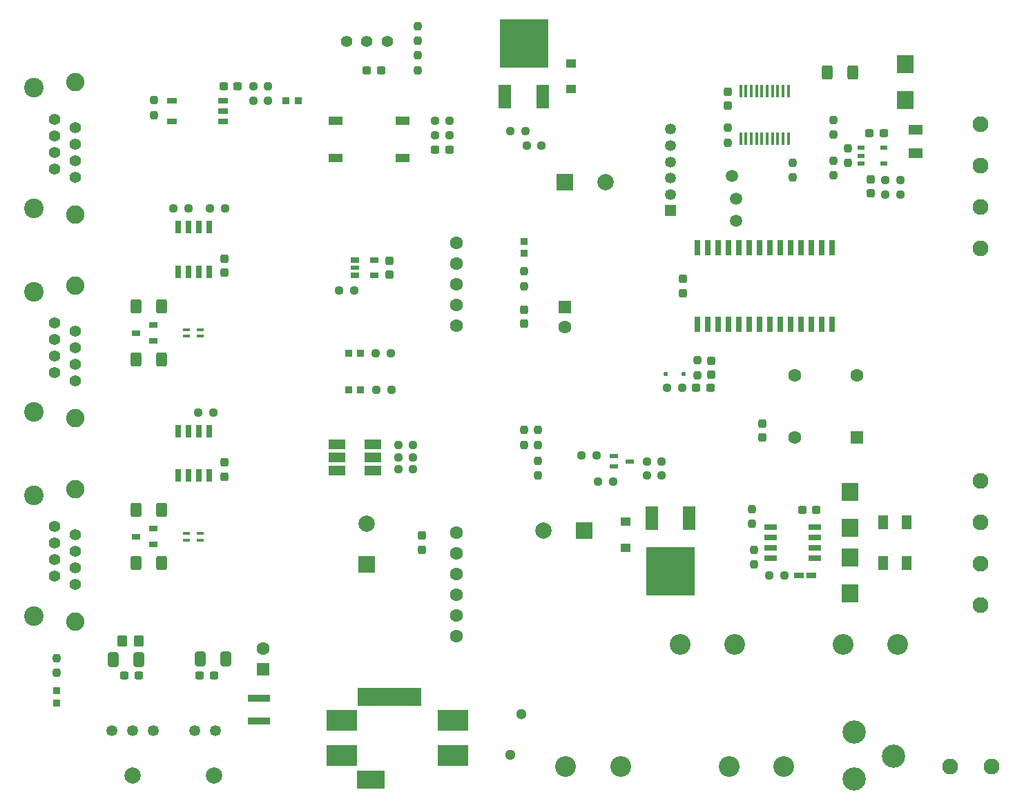
<source format=gts>
G04 #@! TF.GenerationSoftware,KiCad,Pcbnew,7.0.8*
G04 #@! TF.CreationDate,2023-11-08T10:09:29+09:00*
G04 #@! TF.ProjectId,DMX512toWS2811,444d5835-3132-4746-9f57-53323831312e,rev?*
G04 #@! TF.SameCoordinates,Original*
G04 #@! TF.FileFunction,Soldermask,Top*
G04 #@! TF.FilePolarity,Negative*
%FSLAX46Y46*%
G04 Gerber Fmt 4.6, Leading zero omitted, Abs format (unit mm)*
G04 Created by KiCad (PCBNEW 7.0.8) date 2023-11-08 10:09:29*
%MOMM*%
%LPD*%
G01*
G04 APERTURE LIST*
G04 Aperture macros list*
%AMRoundRect*
0 Rectangle with rounded corners*
0 $1 Rounding radius*
0 $2 $3 $4 $5 $6 $7 $8 $9 X,Y pos of 4 corners*
0 Add a 4 corners polygon primitive as box body*
4,1,4,$2,$3,$4,$5,$6,$7,$8,$9,$2,$3,0*
0 Add four circle primitives for the rounded corners*
1,1,$1+$1,$2,$3*
1,1,$1+$1,$4,$5*
1,1,$1+$1,$6,$7*
1,1,$1+$1,$8,$9*
0 Add four rect primitives between the rounded corners*
20,1,$1+$1,$2,$3,$4,$5,0*
20,1,$1+$1,$4,$5,$6,$7,0*
20,1,$1+$1,$6,$7,$8,$9,0*
20,1,$1+$1,$8,$9,$2,$3,0*%
G04 Aperture macros list end*
%ADD10RoundRect,0.237500X-0.237500X0.250000X-0.237500X-0.250000X0.237500X-0.250000X0.237500X0.250000X0*%
%ADD11RoundRect,0.237500X-0.237500X0.300000X-0.237500X-0.300000X0.237500X-0.300000X0.237500X0.300000X0*%
%ADD12RoundRect,0.237500X-0.250000X-0.237500X0.250000X-0.237500X0.250000X0.237500X-0.250000X0.237500X0*%
%ADD13RoundRect,0.250000X-0.400000X-0.625000X0.400000X-0.625000X0.400000X0.625000X-0.400000X0.625000X0*%
%ADD14RoundRect,0.237500X0.250000X0.237500X-0.250000X0.237500X-0.250000X-0.237500X0.250000X-0.237500X0*%
%ADD15R,0.450000X1.500000*%
%ADD16R,0.900000X0.400000*%
%ADD17R,1.200000X0.800000*%
%ADD18R,1.600000X1.600000*%
%ADD19C,1.600000*%
%ADD20C,1.950000*%
%ADD21RoundRect,0.237500X0.300000X0.237500X-0.300000X0.237500X-0.300000X-0.237500X0.300000X-0.237500X0*%
%ADD22R,1.000000X0.800000*%
%ADD23R,1.000000X0.600000*%
%ADD24R,0.950000X0.900000*%
%ADD25C,2.400000*%
%ADD26C,1.400000*%
%ADD27C,2.250000*%
%ADD28R,2.000000X2.000000*%
%ADD29C,2.000000*%
%ADD30RoundRect,0.237500X0.237500X-0.250000X0.237500X0.250000X-0.237500X0.250000X-0.237500X-0.250000X0*%
%ADD31R,1.810000X1.160000*%
%ADD32R,1.100000X0.650000*%
%ADD33R,1.350000X1.350000*%
%ADD34C,1.350000*%
%ADD35RoundRect,0.237500X-0.300000X-0.237500X0.300000X-0.237500X0.300000X0.237500X-0.300000X0.237500X0*%
%ADD36RoundRect,0.125000X-0.125000X-0.125000X0.125000X-0.125000X0.125000X0.125000X-0.125000X0.125000X0*%
%ADD37C,1.500000*%
%ADD38RoundRect,0.250000X0.400000X0.625000X-0.400000X0.625000X-0.400000X-0.625000X0.400000X-0.625000X0*%
%ADD39R,0.650000X1.850000*%
%ADD40C,2.550000*%
%ADD41R,1.525000X0.650000*%
%ADD42R,1.000000X0.500000*%
%ADD43R,0.900000X0.950000*%
%ADD44R,2.000000X1.300000*%
%ADD45R,1.270000X1.100000*%
%ADD46RoundRect,0.250000X-0.412500X-0.650000X0.412500X-0.650000X0.412500X0.650000X-0.412500X0.650000X0*%
%ADD47RoundRect,0.237500X0.237500X-0.300000X0.237500X0.300000X-0.237500X0.300000X-0.237500X-0.300000X0*%
%ADD48C,1.349000*%
%ADD49R,1.200000X0.700000*%
%ADD50R,2.150000X2.200000*%
%ADD51R,1.160000X1.810000*%
%ADD52R,1.800000X1.000000*%
%ADD53C,1.300000*%
%ADD54R,1.600000X3.000000*%
%ADD55R,6.000000X6.000000*%
%ADD56R,3.800000X2.500000*%
%ADD57R,7.900000X2.300000*%
%ADD58R,3.400000X2.300000*%
%ADD59R,0.900000X0.600000*%
%ADD60RoundRect,0.250000X0.350000X0.450000X-0.350000X0.450000X-0.350000X-0.450000X0.350000X-0.450000X0*%
%ADD61R,0.650000X1.525000*%
%ADD62R,2.800000X0.900000*%
%ADD63RoundRect,0.250000X0.412500X0.650000X-0.412500X0.650000X-0.412500X-0.650000X0.412500X-0.650000X0*%
%ADD64C,2.850000*%
G04 APERTURE END LIST*
D10*
G04 #@! TO.C,R21*
X120500000Y-48587500D03*
X120500000Y-50412500D03*
G04 #@! TD*
D11*
G04 #@! TO.C,C21*
X176000000Y-67387500D03*
X176000000Y-69112500D03*
G04 #@! TD*
D12*
G04 #@! TO.C,R41*
X177837500Y-67500000D03*
X179662500Y-67500000D03*
G04 #@! TD*
D13*
G04 #@! TO.C,R1*
X85950000Y-83000000D03*
X89050000Y-83000000D03*
G04 #@! TD*
D14*
G04 #@! TO.C,R39*
X150412500Y-102000000D03*
X148587500Y-102000000D03*
G04 #@! TD*
G04 #@! TO.C,R28*
X119912500Y-100000000D03*
X118087500Y-100000000D03*
G04 #@! TD*
D12*
G04 #@! TO.C,R31*
X163587500Y-116000000D03*
X165412500Y-116000000D03*
G04 #@! TD*
D15*
G04 #@! TO.C,IC6*
X160075000Y-62450000D03*
X160725000Y-62450000D03*
X161375000Y-62450000D03*
X162025000Y-62450000D03*
X162675000Y-62450000D03*
X163325000Y-62450000D03*
X163975000Y-62450000D03*
X164625000Y-62450000D03*
X165275000Y-62450000D03*
X165925000Y-62450000D03*
X165925000Y-56550000D03*
X165275000Y-56550000D03*
X164625000Y-56550000D03*
X163975000Y-56550000D03*
X163325000Y-56550000D03*
X162675000Y-56550000D03*
X162025000Y-56550000D03*
X161375000Y-56550000D03*
X160725000Y-56550000D03*
X160075000Y-56550000D03*
G04 #@! TD*
D16*
G04 #@! TO.C,FL1*
X92150000Y-86650000D03*
X93850000Y-86650000D03*
X93850000Y-85850000D03*
X92150000Y-85850000D03*
G04 #@! TD*
D17*
G04 #@! TO.C,IC3*
X90350000Y-57730000D03*
X90350000Y-60270000D03*
X96650000Y-60270000D03*
X96650000Y-59000000D03*
X96650000Y-57730000D03*
G04 #@! TD*
D18*
G04 #@! TO.C,CA3*
X138500000Y-83067621D03*
D19*
X138500000Y-85567621D03*
G04 #@! TD*
D20*
G04 #@! TO.C,CN4*
X189500000Y-65750000D03*
X189500000Y-60670000D03*
G04 #@! TD*
D12*
G04 #@! TO.C,R42*
X177837500Y-69250000D03*
X179662500Y-69250000D03*
G04 #@! TD*
D11*
G04 #@! TO.C,C14*
X156500000Y-89637500D03*
X156500000Y-91362500D03*
G04 #@! TD*
D21*
G04 #@! TO.C,C15*
X124362500Y-63750000D03*
X122637500Y-63750000D03*
G04 #@! TD*
D22*
G04 #@! TO.C,IC4*
X112800000Y-77300000D03*
D23*
X112800000Y-78250000D03*
D22*
X112800000Y-79200000D03*
X115200000Y-79200000D03*
X115200000Y-77300000D03*
G04 #@! TD*
D24*
G04 #@! TO.C,LED1*
X76250000Y-131637082D03*
X76250000Y-130137082D03*
G04 #@! TD*
D20*
G04 #@! TO.C,CN7*
X189500000Y-75910000D03*
X189500000Y-70830000D03*
G04 #@! TD*
D25*
G04 #@! TO.C,J2*
X73460000Y-81170000D03*
X73460000Y-95970000D03*
D26*
X76000000Y-85000000D03*
X78540000Y-86020000D03*
X76000000Y-87040000D03*
X78540000Y-88060000D03*
X76000000Y-89080000D03*
X78540000Y-90100000D03*
X76000000Y-91120000D03*
X78540000Y-92140000D03*
D27*
X78540000Y-80445000D03*
X78540000Y-96695000D03*
G04 #@! TD*
D12*
G04 #@! TO.C,R25*
X115417500Y-93250000D03*
X117242500Y-93250000D03*
G04 #@! TD*
G04 #@! TO.C,R5*
X90525000Y-70923000D03*
X92350000Y-70923000D03*
G04 #@! TD*
D28*
G04 #@! TO.C,CA1*
X114250000Y-114617677D03*
D29*
X114250000Y-109617677D03*
G04 #@! TD*
D21*
G04 #@! TO.C,C7*
X95500000Y-128249582D03*
X93775000Y-128249582D03*
G04 #@! TD*
D30*
G04 #@! TO.C,R8*
X135240000Y-103750000D03*
X135240000Y-101925000D03*
G04 #@! TD*
D31*
G04 #@! TO.C,F3*
X181500000Y-61275000D03*
X181500000Y-64225000D03*
G04 #@! TD*
D32*
G04 #@! TO.C,D1*
X88050000Y-87210000D03*
X88050000Y-85290000D03*
X85950000Y-86250000D03*
G04 #@! TD*
D14*
G04 #@! TO.C,R35*
X133662500Y-61500000D03*
X131837500Y-61500000D03*
G04 #@! TD*
D12*
G04 #@! TO.C,R7*
X95025000Y-70923000D03*
X96850000Y-70923000D03*
G04 #@! TD*
D18*
G04 #@! TO.C,X1*
X174310000Y-99060000D03*
D19*
X174310000Y-91440000D03*
X166690000Y-91440000D03*
X166690000Y-99060000D03*
G04 #@! TD*
D33*
G04 #@! TO.C,CN3*
X151500000Y-71250000D03*
D34*
X151500000Y-69250000D03*
X151500000Y-67250000D03*
X151500000Y-65250000D03*
X151500000Y-63250000D03*
X151500000Y-61250000D03*
G04 #@! TD*
D12*
G04 #@! TO.C,R18*
X151087500Y-93000000D03*
X152912500Y-93000000D03*
G04 #@! TD*
D35*
G04 #@! TO.C,C12*
X154637500Y-93000000D03*
X156362500Y-93000000D03*
G04 #@! TD*
D30*
G04 #@! TO.C,R12*
X88150000Y-59500000D03*
X88150000Y-57675000D03*
G04 #@! TD*
D36*
G04 #@! TO.C,D3*
X150900000Y-91250000D03*
X153100000Y-91250000D03*
G04 #@! TD*
D37*
G04 #@! TO.C,TP3*
X159000000Y-67000000D03*
G04 #@! TD*
D38*
G04 #@! TO.C,R4*
X89050000Y-114500000D03*
X85950000Y-114500000D03*
G04 #@! TD*
D12*
G04 #@! TO.C,R17*
X110837500Y-81000000D03*
X112662500Y-81000000D03*
G04 #@! TD*
D11*
G04 #@! TO.C,C2*
X96775000Y-77137500D03*
X96775000Y-78862500D03*
G04 #@! TD*
D39*
G04 #@! TO.C,IC5*
X154745000Y-85175000D03*
X156015000Y-85175000D03*
X157285000Y-85175000D03*
X158555000Y-85175000D03*
X159825000Y-85175000D03*
X161095000Y-85175000D03*
X162365000Y-85175000D03*
X163635000Y-85175000D03*
X164905000Y-85175000D03*
X166175000Y-85175000D03*
X167445000Y-85175000D03*
X168715000Y-85175000D03*
X169985000Y-85175000D03*
X171255000Y-85175000D03*
X171255000Y-75825000D03*
X169985000Y-75825000D03*
X168715000Y-75825000D03*
X167445000Y-75825000D03*
X166175000Y-75825000D03*
X164905000Y-75825000D03*
X163635000Y-75825000D03*
X162365000Y-75825000D03*
X161095000Y-75825000D03*
X159825000Y-75825000D03*
X158555000Y-75825000D03*
X157285000Y-75825000D03*
X156015000Y-75825000D03*
X154745000Y-75825000D03*
G04 #@! TD*
D40*
G04 #@! TO.C,F1*
X165350000Y-139500000D03*
X158650000Y-139500000D03*
G04 #@! TD*
D41*
G04 #@! TO.C,IC7*
X163788000Y-110095000D03*
X163788000Y-111365000D03*
X163788000Y-112635000D03*
X163788000Y-113905000D03*
X169212000Y-113905000D03*
X169212000Y-112635000D03*
X169212000Y-111365000D03*
X169212000Y-110095000D03*
G04 #@! TD*
D42*
G04 #@! TO.C,Q2*
X144550000Y-101350000D03*
X144550000Y-102650000D03*
X146450000Y-102000000D03*
G04 #@! TD*
D30*
G04 #@! TO.C,R44*
X173250000Y-65412500D03*
X173250000Y-63587500D03*
G04 #@! TD*
D12*
G04 #@! TO.C,R22*
X122587500Y-62000000D03*
X124412500Y-62000000D03*
G04 #@! TD*
D43*
G04 #@! TO.C,LED4*
X112000000Y-88750000D03*
X113500000Y-88750000D03*
G04 #@! TD*
D44*
G04 #@! TO.C,LED6*
X114950000Y-103100000D03*
X114950000Y-101500000D03*
X114950000Y-99900000D03*
X110550000Y-99900000D03*
X110550000Y-101500000D03*
X110550000Y-103100000D03*
G04 #@! TD*
D45*
G04 #@! TO.C,D8*
X146000000Y-109400000D03*
X146000000Y-112600000D03*
G04 #@! TD*
D30*
G04 #@! TO.C,R29*
X166500000Y-67162500D03*
X166500000Y-65337500D03*
G04 #@! TD*
D46*
G04 #@! TO.C,C4*
X83125000Y-126299582D03*
X86250000Y-126299582D03*
G04 #@! TD*
D47*
G04 #@! TO.C,C8*
X121000000Y-112862500D03*
X121000000Y-111137500D03*
G04 #@! TD*
D40*
G04 #@! TO.C,F4*
X152650000Y-124500000D03*
X159350000Y-124500000D03*
G04 #@! TD*
D11*
G04 #@! TO.C,C11*
X162750000Y-97387500D03*
X162750000Y-99112500D03*
G04 #@! TD*
D20*
G04 #@! TO.C,CN6*
X189500000Y-119660000D03*
X189500000Y-114580000D03*
G04 #@! TD*
D10*
G04 #@! TO.C,R45*
X171500000Y-60087500D03*
X171500000Y-61912500D03*
G04 #@! TD*
D40*
G04 #@! TO.C,F2*
X145350000Y-139500000D03*
X138650000Y-139500000D03*
G04 #@! TD*
D16*
G04 #@! TO.C,FL2*
X92150000Y-111650000D03*
X93850000Y-111650000D03*
X93850000Y-110850000D03*
X92150000Y-110850000D03*
G04 #@! TD*
D30*
G04 #@! TO.C,R9*
X135250000Y-100000000D03*
X135250000Y-98175000D03*
G04 #@! TD*
D48*
G04 #@! TO.C,PS1*
X95727082Y-135049582D03*
X93187082Y-135049582D03*
X88107082Y-135049582D03*
X85567082Y-135049582D03*
X83027082Y-135049582D03*
G04 #@! TD*
D10*
G04 #@! TO.C,R30*
X158500000Y-61087500D03*
X158500000Y-62912500D03*
G04 #@! TD*
D21*
G04 #@! TO.C,C16*
X115975000Y-54000000D03*
X114250000Y-54000000D03*
G04 #@! TD*
D29*
G04 #@! TO.C,C6*
X85500000Y-140549582D03*
X95500000Y-140549582D03*
G04 #@! TD*
D47*
G04 #@! TO.C,C13*
X117000000Y-79112500D03*
X117000000Y-77387500D03*
G04 #@! TD*
D20*
G04 #@! TO.C,CN1*
X185810000Y-139500000D03*
X190890000Y-139500000D03*
G04 #@! TD*
D49*
G04 #@! TO.C,LED7*
X168750000Y-116000000D03*
X167250000Y-116000000D03*
G04 #@! TD*
D50*
G04 #@! TO.C,D4*
X180250000Y-53300000D03*
X180250000Y-57700000D03*
G04 #@! TD*
D24*
G04 #@! TO.C,LED3*
X133500000Y-75000000D03*
X133500000Y-76500000D03*
G04 #@! TD*
D51*
G04 #@! TO.C,F5*
X177525000Y-109500000D03*
X180475000Y-109500000D03*
G04 #@! TD*
D25*
G04 #@! TO.C,J3*
X73460000Y-106170000D03*
X73460000Y-120970000D03*
D26*
X76000000Y-110000000D03*
X78540000Y-111020000D03*
X76000000Y-112040000D03*
X78540000Y-113060000D03*
X76000000Y-114080000D03*
X78540000Y-115100000D03*
X76000000Y-116120000D03*
X78540000Y-117140000D03*
D27*
X78540000Y-105445000D03*
X78540000Y-121695000D03*
G04 #@! TD*
D52*
G04 #@! TO.C,S1*
X118600000Y-60250000D03*
X110400000Y-60250000D03*
X118600000Y-64750000D03*
X110400000Y-64750000D03*
G04 #@! TD*
D35*
G04 #@! TO.C,C3*
X84525000Y-128299582D03*
X86250000Y-128299582D03*
G04 #@! TD*
D30*
G04 #@! TO.C,R13*
X76250000Y-127962082D03*
X76250000Y-126137082D03*
G04 #@! TD*
D14*
G04 #@! TO.C,R24*
X117155000Y-88750000D03*
X115330000Y-88750000D03*
G04 #@! TD*
D12*
G04 #@! TO.C,R38*
X142587500Y-104500000D03*
X144412500Y-104500000D03*
G04 #@! TD*
D53*
G04 #@! TO.C,VA1*
X131800000Y-138000000D03*
X133200000Y-133000000D03*
G04 #@! TD*
D10*
G04 #@! TO.C,R33*
X161750000Y-112837500D03*
X161750000Y-114662500D03*
G04 #@! TD*
D12*
G04 #@! TO.C,R37*
X140587500Y-101250000D03*
X142412500Y-101250000D03*
G04 #@! TD*
D30*
G04 #@! TO.C,R46*
X171500000Y-66912500D03*
X171500000Y-65087500D03*
G04 #@! TD*
D28*
G04 #@! TO.C,CA5*
X140867677Y-110500000D03*
D29*
X135867677Y-110500000D03*
G04 #@! TD*
D14*
G04 #@! TO.C,R6*
X95412500Y-96000000D03*
X93587500Y-96000000D03*
G04 #@! TD*
D12*
G04 #@! TO.C,R15*
X100325000Y-56000000D03*
X102150000Y-56000000D03*
G04 #@! TD*
D28*
G04 #@! TO.C,CA4*
X138500000Y-67750000D03*
D29*
X143500000Y-67750000D03*
G04 #@! TD*
D18*
G04 #@! TO.C,CA2*
X101500000Y-127500000D03*
D19*
X101500000Y-125000000D03*
G04 #@! TD*
D54*
G04 #@! TO.C,Q3*
X153800000Y-109000000D03*
D55*
X151500000Y-115500000D03*
D54*
X149200000Y-109000000D03*
G04 #@! TD*
D19*
G04 #@! TO.C,PS2*
X125250000Y-75235000D03*
X125250000Y-77775000D03*
X125250000Y-80315000D03*
X125250000Y-82855000D03*
X125250000Y-85395000D03*
X125250000Y-110795000D03*
X125250000Y-113335000D03*
X125250000Y-115875000D03*
X125250000Y-118415000D03*
X125250000Y-120955000D03*
X125250000Y-123495000D03*
G04 #@! TD*
D56*
G04 #@! TO.C,FL3*
X124850000Y-138100000D03*
X111150000Y-138100000D03*
X124850000Y-133800000D03*
X111150000Y-133800000D03*
D57*
X117000000Y-130900000D03*
D58*
X114750000Y-141100000D03*
G04 #@! TD*
D25*
G04 #@! TO.C,J1*
X73460000Y-56170000D03*
X73460000Y-70970000D03*
D26*
X76000000Y-60000000D03*
X78540000Y-61020000D03*
X76000000Y-62040000D03*
X78540000Y-63060000D03*
X76000000Y-64080000D03*
X78540000Y-65100000D03*
X76000000Y-66120000D03*
X78540000Y-67140000D03*
D27*
X78540000Y-55445000D03*
X78540000Y-71695000D03*
G04 #@! TD*
D59*
G04 #@! TO.C,IC8*
X174850000Y-63550000D03*
X174850000Y-64500000D03*
X174850000Y-65450000D03*
X177650000Y-65450000D03*
X177650000Y-63550000D03*
G04 #@! TD*
D37*
G04 #@! TO.C,TP1*
X159500000Y-72500000D03*
G04 #@! TD*
D60*
G04 #@! TO.C,R10*
X86250000Y-124049582D03*
X84250000Y-124049582D03*
G04 #@! TD*
D61*
G04 #@! TO.C,IC1*
X94905000Y-73288000D03*
X93635000Y-73288000D03*
X92365000Y-73288000D03*
X91095000Y-73288000D03*
X91095000Y-78712000D03*
X92365000Y-78712000D03*
X93635000Y-78712000D03*
X94905000Y-78712000D03*
G04 #@! TD*
D51*
G04 #@! TO.C,F6*
X177525000Y-114500000D03*
X180475000Y-114500000D03*
G04 #@! TD*
D50*
G04 #@! TO.C,D5*
X173500000Y-105800000D03*
X173500000Y-110200000D03*
G04 #@! TD*
D11*
G04 #@! TO.C,C10*
X133500000Y-83387500D03*
X133500000Y-85112500D03*
G04 #@! TD*
D10*
G04 #@! TO.C,R23*
X120500000Y-52175000D03*
X120500000Y-54000000D03*
G04 #@! TD*
D61*
G04 #@! TO.C,IC2*
X94905000Y-98288000D03*
X93635000Y-98288000D03*
X92365000Y-98288000D03*
X91095000Y-98288000D03*
X91095000Y-103712000D03*
X92365000Y-103712000D03*
X93635000Y-103712000D03*
X94905000Y-103712000D03*
G04 #@! TD*
D14*
G04 #@! TO.C,R36*
X135662500Y-63250000D03*
X133837500Y-63250000D03*
G04 #@! TD*
D47*
G04 #@! TO.C,C17*
X153000000Y-81362500D03*
X153000000Y-79637500D03*
G04 #@! TD*
D14*
G04 #@! TO.C,R40*
X150412500Y-103750000D03*
X148587500Y-103750000D03*
G04 #@! TD*
D20*
G04 #@! TO.C,CN5*
X189500000Y-109500000D03*
X189500000Y-104420000D03*
G04 #@! TD*
D30*
G04 #@! TO.C,R20*
X154750000Y-91412500D03*
X154750000Y-89587500D03*
G04 #@! TD*
D12*
G04 #@! TO.C,R14*
X100325000Y-57750000D03*
X102150000Y-57750000D03*
G04 #@! TD*
D32*
G04 #@! TO.C,D2*
X88050000Y-112210000D03*
X88050000Y-110290000D03*
X85950000Y-111250000D03*
G04 #@! TD*
D43*
G04 #@! TO.C,LED2*
X105825000Y-57750000D03*
X104325000Y-57750000D03*
G04 #@! TD*
D11*
G04 #@! TO.C,C1*
X96750000Y-102137500D03*
X96750000Y-103862500D03*
G04 #@! TD*
D35*
G04 #@! TO.C,C19*
X167637500Y-108004500D03*
X169362500Y-108004500D03*
G04 #@! TD*
D26*
G04 #@! TO.C,S2*
X111750000Y-50500000D03*
X114250000Y-50500000D03*
X116750000Y-50500000D03*
G04 #@! TD*
D13*
G04 #@! TO.C,R34*
X170700000Y-54250000D03*
X173800000Y-54250000D03*
G04 #@! TD*
D47*
G04 #@! TO.C,C18*
X158500000Y-58362500D03*
X158500000Y-56637500D03*
G04 #@! TD*
D45*
G04 #@! TO.C,D6*
X139250000Y-56350000D03*
X139250000Y-53150000D03*
G04 #@! TD*
D54*
G04 #@! TO.C,Q1*
X131200000Y-57250000D03*
D55*
X133500000Y-50750000D03*
D54*
X135800000Y-57250000D03*
G04 #@! TD*
D62*
G04 #@! TO.C,L1*
X101000000Y-131100000D03*
X101000000Y-133900000D03*
G04 #@! TD*
D63*
G04 #@! TO.C,C9*
X96950000Y-126249582D03*
X93825000Y-126249582D03*
G04 #@! TD*
D21*
G04 #@! TO.C,C5*
X98400000Y-56000000D03*
X96675000Y-56000000D03*
G04 #@! TD*
D40*
G04 #@! TO.C,F7*
X179325000Y-124500000D03*
X172625000Y-124500000D03*
G04 #@! TD*
D35*
G04 #@! TO.C,C20*
X175887500Y-61750000D03*
X177612500Y-61750000D03*
G04 #@! TD*
D14*
G04 #@! TO.C,R26*
X119912500Y-103000000D03*
X118087500Y-103000000D03*
G04 #@! TD*
D13*
G04 #@! TO.C,R3*
X85950000Y-108000000D03*
X89050000Y-108000000D03*
G04 #@! TD*
D10*
G04 #@! TO.C,R19*
X133500000Y-78675000D03*
X133500000Y-80500000D03*
G04 #@! TD*
D30*
G04 #@! TO.C,R11*
X133500000Y-100000000D03*
X133500000Y-98175000D03*
G04 #@! TD*
D38*
G04 #@! TO.C,R2*
X89050000Y-89500000D03*
X85950000Y-89500000D03*
G04 #@! TD*
D64*
G04 #@! TO.C,CN2*
X174000000Y-135200000D03*
X174000000Y-141000000D03*
X178800000Y-138200000D03*
G04 #@! TD*
D14*
G04 #@! TO.C,R16*
X124412500Y-60250000D03*
X122587500Y-60250000D03*
G04 #@! TD*
D10*
G04 #@! TO.C,R32*
X161500000Y-107837500D03*
X161500000Y-109662500D03*
G04 #@! TD*
D50*
G04 #@! TO.C,D7*
X173500000Y-118200000D03*
X173500000Y-113800000D03*
G04 #@! TD*
D43*
G04 #@! TO.C,LED5*
X111992500Y-93250000D03*
X113492500Y-93250000D03*
G04 #@! TD*
D14*
G04 #@! TO.C,R27*
X119912500Y-101500000D03*
X118087500Y-101500000D03*
G04 #@! TD*
D37*
G04 #@! TO.C,TP2*
X159500000Y-69750000D03*
G04 #@! TD*
M02*

</source>
